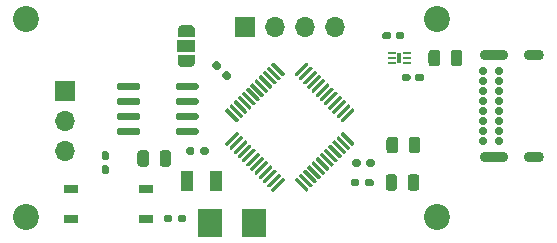
<source format=gbr>
%TF.GenerationSoftware,KiCad,Pcbnew,(5.1.10)-1*%
%TF.CreationDate,2022-11-07T23:21:46+01:00*%
%TF.ProjectId,can2usb,63616e32-7573-4622-9e6b-696361645f70,rev?*%
%TF.SameCoordinates,Original*%
%TF.FileFunction,Soldermask,Top*%
%TF.FilePolarity,Negative*%
%FSLAX46Y46*%
G04 Gerber Fmt 4.6, Leading zero omitted, Abs format (unit mm)*
G04 Created by KiCad (PCBNEW (5.1.10)-1) date 2022-11-07 23:21:46*
%MOMM*%
%LPD*%
G01*
G04 APERTURE LIST*
%ADD10O,1.700000X1.700000*%
%ADD11R,1.700000X1.700000*%
%ADD12C,2.200000*%
%ADD13R,0.300000X0.940000*%
%ADD14R,1.000000X1.800000*%
%ADD15R,2.000000X2.400000*%
%ADD16R,1.200000X0.800000*%
%ADD17O,1.700000X0.900000*%
%ADD18O,2.400000X0.900000*%
%ADD19C,0.700000*%
%ADD20R,1.500000X1.000000*%
%ADD21C,0.100000*%
G04 APERTURE END LIST*
D10*
%TO.C,J2*%
X116205000Y-84836000D03*
X116205000Y-82296000D03*
D11*
X116205000Y-79756000D03*
%TD*%
D12*
%TO.C,H4*%
X112936000Y-73659000D03*
%TD*%
%TO.C,U6*%
G36*
G01*
X143576000Y-76656000D02*
X143576000Y-76468000D01*
G75*
G02*
X143582000Y-76462000I6000J0D01*
G01*
X144220000Y-76462000D01*
G75*
G02*
X144226000Y-76468000I0J-6000D01*
G01*
X144226000Y-76656000D01*
G75*
G02*
X144220000Y-76662000I-6000J0D01*
G01*
X143582000Y-76662000D01*
G75*
G02*
X143576000Y-76656000I0J6000D01*
G01*
G37*
G36*
G01*
X143576000Y-77056000D02*
X143576000Y-76868000D01*
G75*
G02*
X143582000Y-76862000I6000J0D01*
G01*
X144220000Y-76862000D01*
G75*
G02*
X144226000Y-76868000I0J-6000D01*
G01*
X144226000Y-77056000D01*
G75*
G02*
X144220000Y-77062000I-6000J0D01*
G01*
X143582000Y-77062000D01*
G75*
G02*
X143576000Y-77056000I0J6000D01*
G01*
G37*
G36*
G01*
X143576000Y-77456000D02*
X143576000Y-77268000D01*
G75*
G02*
X143582000Y-77262000I6000J0D01*
G01*
X144220000Y-77262000D01*
G75*
G02*
X144226000Y-77268000I0J-6000D01*
G01*
X144226000Y-77456000D01*
G75*
G02*
X144220000Y-77462000I-6000J0D01*
G01*
X143582000Y-77462000D01*
G75*
G02*
X143576000Y-77456000I0J6000D01*
G01*
G37*
G36*
G01*
X144826000Y-77456000D02*
X144826000Y-77268000D01*
G75*
G02*
X144832000Y-77262000I6000J0D01*
G01*
X145470000Y-77262000D01*
G75*
G02*
X145476000Y-77268000I0J-6000D01*
G01*
X145476000Y-77456000D01*
G75*
G02*
X145470000Y-77462000I-6000J0D01*
G01*
X144832000Y-77462000D01*
G75*
G02*
X144826000Y-77456000I0J6000D01*
G01*
G37*
G36*
G01*
X144826000Y-77056000D02*
X144826000Y-76868000D01*
G75*
G02*
X144832000Y-76862000I6000J0D01*
G01*
X145470000Y-76862000D01*
G75*
G02*
X145476000Y-76868000I0J-6000D01*
G01*
X145476000Y-77056000D01*
G75*
G02*
X145470000Y-77062000I-6000J0D01*
G01*
X144832000Y-77062000D01*
G75*
G02*
X144826000Y-77056000I0J6000D01*
G01*
G37*
G36*
G01*
X144826000Y-76656000D02*
X144826000Y-76468000D01*
G75*
G02*
X144832000Y-76462000I6000J0D01*
G01*
X145470000Y-76462000D01*
G75*
G02*
X145476000Y-76468000I0J-6000D01*
G01*
X145476000Y-76656000D01*
G75*
G02*
X145470000Y-76662000I-6000J0D01*
G01*
X144832000Y-76662000D01*
G75*
G02*
X144826000Y-76656000I0J6000D01*
G01*
G37*
D13*
X144526000Y-76962000D03*
%TD*%
D14*
%TO.C,Y2*%
X129032000Y-87376000D03*
X126532000Y-87376000D03*
%TD*%
D15*
%TO.C,Y1*%
X132207000Y-90932000D03*
X128507000Y-90932000D03*
%TD*%
%TO.C,U3*%
G36*
G01*
X122579000Y-83035000D02*
X122579000Y-83335000D01*
G75*
G02*
X122429000Y-83485000I-150000J0D01*
G01*
X120779000Y-83485000D01*
G75*
G02*
X120629000Y-83335000I0J150000D01*
G01*
X120629000Y-83035000D01*
G75*
G02*
X120779000Y-82885000I150000J0D01*
G01*
X122429000Y-82885000D01*
G75*
G02*
X122579000Y-83035000I0J-150000D01*
G01*
G37*
G36*
G01*
X122579000Y-81765000D02*
X122579000Y-82065000D01*
G75*
G02*
X122429000Y-82215000I-150000J0D01*
G01*
X120779000Y-82215000D01*
G75*
G02*
X120629000Y-82065000I0J150000D01*
G01*
X120629000Y-81765000D01*
G75*
G02*
X120779000Y-81615000I150000J0D01*
G01*
X122429000Y-81615000D01*
G75*
G02*
X122579000Y-81765000I0J-150000D01*
G01*
G37*
G36*
G01*
X122579000Y-80495000D02*
X122579000Y-80795000D01*
G75*
G02*
X122429000Y-80945000I-150000J0D01*
G01*
X120779000Y-80945000D01*
G75*
G02*
X120629000Y-80795000I0J150000D01*
G01*
X120629000Y-80495000D01*
G75*
G02*
X120779000Y-80345000I150000J0D01*
G01*
X122429000Y-80345000D01*
G75*
G02*
X122579000Y-80495000I0J-150000D01*
G01*
G37*
G36*
G01*
X122579000Y-79225000D02*
X122579000Y-79525000D01*
G75*
G02*
X122429000Y-79675000I-150000J0D01*
G01*
X120779000Y-79675000D01*
G75*
G02*
X120629000Y-79525000I0J150000D01*
G01*
X120629000Y-79225000D01*
G75*
G02*
X120779000Y-79075000I150000J0D01*
G01*
X122429000Y-79075000D01*
G75*
G02*
X122579000Y-79225000I0J-150000D01*
G01*
G37*
G36*
G01*
X127529000Y-79225000D02*
X127529000Y-79525000D01*
G75*
G02*
X127379000Y-79675000I-150000J0D01*
G01*
X125729000Y-79675000D01*
G75*
G02*
X125579000Y-79525000I0J150000D01*
G01*
X125579000Y-79225000D01*
G75*
G02*
X125729000Y-79075000I150000J0D01*
G01*
X127379000Y-79075000D01*
G75*
G02*
X127529000Y-79225000I0J-150000D01*
G01*
G37*
G36*
G01*
X127529000Y-80495000D02*
X127529000Y-80795000D01*
G75*
G02*
X127379000Y-80945000I-150000J0D01*
G01*
X125729000Y-80945000D01*
G75*
G02*
X125579000Y-80795000I0J150000D01*
G01*
X125579000Y-80495000D01*
G75*
G02*
X125729000Y-80345000I150000J0D01*
G01*
X127379000Y-80345000D01*
G75*
G02*
X127529000Y-80495000I0J-150000D01*
G01*
G37*
G36*
G01*
X127529000Y-81765000D02*
X127529000Y-82065000D01*
G75*
G02*
X127379000Y-82215000I-150000J0D01*
G01*
X125729000Y-82215000D01*
G75*
G02*
X125579000Y-82065000I0J150000D01*
G01*
X125579000Y-81765000D01*
G75*
G02*
X125729000Y-81615000I150000J0D01*
G01*
X127379000Y-81615000D01*
G75*
G02*
X127529000Y-81765000I0J-150000D01*
G01*
G37*
G36*
G01*
X127529000Y-83035000D02*
X127529000Y-83335000D01*
G75*
G02*
X127379000Y-83485000I-150000J0D01*
G01*
X125729000Y-83485000D01*
G75*
G02*
X125579000Y-83335000I0J150000D01*
G01*
X125579000Y-83035000D01*
G75*
G02*
X125729000Y-82885000I150000J0D01*
G01*
X127379000Y-82885000D01*
G75*
G02*
X127529000Y-83035000I0J-150000D01*
G01*
G37*
%TD*%
D16*
%TO.C,U2*%
X123038000Y-90551000D03*
X116738000Y-88011000D03*
X123038000Y-88011000D03*
X116738000Y-90551000D03*
%TD*%
%TO.C,U1*%
G36*
G01*
X130729516Y-82379736D02*
X129792600Y-81442820D01*
G75*
G02*
X129792600Y-81336754I53033J53033D01*
G01*
X129898666Y-81230688D01*
G75*
G02*
X130004732Y-81230688I53033J-53033D01*
G01*
X130941648Y-82167604D01*
G75*
G02*
X130941648Y-82273670I-53033J-53033D01*
G01*
X130835582Y-82379736D01*
G75*
G02*
X130729516Y-82379736I-53033J53033D01*
G01*
G37*
G36*
G01*
X131083070Y-82026182D02*
X130146154Y-81089266D01*
G75*
G02*
X130146154Y-80983200I53033J53033D01*
G01*
X130252220Y-80877134D01*
G75*
G02*
X130358286Y-80877134I53033J-53033D01*
G01*
X131295202Y-81814050D01*
G75*
G02*
X131295202Y-81920116I-53033J-53033D01*
G01*
X131189136Y-82026182D01*
G75*
G02*
X131083070Y-82026182I-53033J53033D01*
G01*
G37*
G36*
G01*
X131436623Y-81672629D02*
X130499707Y-80735713D01*
G75*
G02*
X130499707Y-80629647I53033J53033D01*
G01*
X130605773Y-80523581D01*
G75*
G02*
X130711839Y-80523581I53033J-53033D01*
G01*
X131648755Y-81460497D01*
G75*
G02*
X131648755Y-81566563I-53033J-53033D01*
G01*
X131542689Y-81672629D01*
G75*
G02*
X131436623Y-81672629I-53033J53033D01*
G01*
G37*
G36*
G01*
X131790177Y-81319075D02*
X130853261Y-80382159D01*
G75*
G02*
X130853261Y-80276093I53033J53033D01*
G01*
X130959327Y-80170027D01*
G75*
G02*
X131065393Y-80170027I53033J-53033D01*
G01*
X132002309Y-81106943D01*
G75*
G02*
X132002309Y-81213009I-53033J-53033D01*
G01*
X131896243Y-81319075D01*
G75*
G02*
X131790177Y-81319075I-53033J53033D01*
G01*
G37*
G36*
G01*
X132143730Y-80965522D02*
X131206814Y-80028606D01*
G75*
G02*
X131206814Y-79922540I53033J53033D01*
G01*
X131312880Y-79816474D01*
G75*
G02*
X131418946Y-79816474I53033J-53033D01*
G01*
X132355862Y-80753390D01*
G75*
G02*
X132355862Y-80859456I-53033J-53033D01*
G01*
X132249796Y-80965522D01*
G75*
G02*
X132143730Y-80965522I-53033J53033D01*
G01*
G37*
G36*
G01*
X132497283Y-80611969D02*
X131560367Y-79675053D01*
G75*
G02*
X131560367Y-79568987I53033J53033D01*
G01*
X131666433Y-79462921D01*
G75*
G02*
X131772499Y-79462921I53033J-53033D01*
G01*
X132709415Y-80399837D01*
G75*
G02*
X132709415Y-80505903I-53033J-53033D01*
G01*
X132603349Y-80611969D01*
G75*
G02*
X132497283Y-80611969I-53033J53033D01*
G01*
G37*
G36*
G01*
X132850837Y-80258415D02*
X131913921Y-79321499D01*
G75*
G02*
X131913921Y-79215433I53033J53033D01*
G01*
X132019987Y-79109367D01*
G75*
G02*
X132126053Y-79109367I53033J-53033D01*
G01*
X133062969Y-80046283D01*
G75*
G02*
X133062969Y-80152349I-53033J-53033D01*
G01*
X132956903Y-80258415D01*
G75*
G02*
X132850837Y-80258415I-53033J53033D01*
G01*
G37*
G36*
G01*
X133204390Y-79904862D02*
X132267474Y-78967946D01*
G75*
G02*
X132267474Y-78861880I53033J53033D01*
G01*
X132373540Y-78755814D01*
G75*
G02*
X132479606Y-78755814I53033J-53033D01*
G01*
X133416522Y-79692730D01*
G75*
G02*
X133416522Y-79798796I-53033J-53033D01*
G01*
X133310456Y-79904862D01*
G75*
G02*
X133204390Y-79904862I-53033J53033D01*
G01*
G37*
G36*
G01*
X133557943Y-79551309D02*
X132621027Y-78614393D01*
G75*
G02*
X132621027Y-78508327I53033J53033D01*
G01*
X132727093Y-78402261D01*
G75*
G02*
X132833159Y-78402261I53033J-53033D01*
G01*
X133770075Y-79339177D01*
G75*
G02*
X133770075Y-79445243I-53033J-53033D01*
G01*
X133664009Y-79551309D01*
G75*
G02*
X133557943Y-79551309I-53033J53033D01*
G01*
G37*
G36*
G01*
X133911497Y-79197755D02*
X132974581Y-78260839D01*
G75*
G02*
X132974581Y-78154773I53033J53033D01*
G01*
X133080647Y-78048707D01*
G75*
G02*
X133186713Y-78048707I53033J-53033D01*
G01*
X134123629Y-78985623D01*
G75*
G02*
X134123629Y-79091689I-53033J-53033D01*
G01*
X134017563Y-79197755D01*
G75*
G02*
X133911497Y-79197755I-53033J53033D01*
G01*
G37*
G36*
G01*
X134265050Y-78844202D02*
X133328134Y-77907286D01*
G75*
G02*
X133328134Y-77801220I53033J53033D01*
G01*
X133434200Y-77695154D01*
G75*
G02*
X133540266Y-77695154I53033J-53033D01*
G01*
X134477182Y-78632070D01*
G75*
G02*
X134477182Y-78738136I-53033J-53033D01*
G01*
X134371116Y-78844202D01*
G75*
G02*
X134265050Y-78844202I-53033J53033D01*
G01*
G37*
G36*
G01*
X134618604Y-78490648D02*
X133681688Y-77553732D01*
G75*
G02*
X133681688Y-77447666I53033J53033D01*
G01*
X133787754Y-77341600D01*
G75*
G02*
X133893820Y-77341600I53033J-53033D01*
G01*
X134830736Y-78278516D01*
G75*
G02*
X134830736Y-78384582I-53033J-53033D01*
G01*
X134724670Y-78490648D01*
G75*
G02*
X134618604Y-78490648I-53033J53033D01*
G01*
G37*
G36*
G01*
X135785330Y-78490648D02*
X135679264Y-78384582D01*
G75*
G02*
X135679264Y-78278516I53033J53033D01*
G01*
X136616180Y-77341600D01*
G75*
G02*
X136722246Y-77341600I53033J-53033D01*
G01*
X136828312Y-77447666D01*
G75*
G02*
X136828312Y-77553732I-53033J-53033D01*
G01*
X135891396Y-78490648D01*
G75*
G02*
X135785330Y-78490648I-53033J53033D01*
G01*
G37*
G36*
G01*
X136138884Y-78844202D02*
X136032818Y-78738136D01*
G75*
G02*
X136032818Y-78632070I53033J53033D01*
G01*
X136969734Y-77695154D01*
G75*
G02*
X137075800Y-77695154I53033J-53033D01*
G01*
X137181866Y-77801220D01*
G75*
G02*
X137181866Y-77907286I-53033J-53033D01*
G01*
X136244950Y-78844202D01*
G75*
G02*
X136138884Y-78844202I-53033J53033D01*
G01*
G37*
G36*
G01*
X136492437Y-79197755D02*
X136386371Y-79091689D01*
G75*
G02*
X136386371Y-78985623I53033J53033D01*
G01*
X137323287Y-78048707D01*
G75*
G02*
X137429353Y-78048707I53033J-53033D01*
G01*
X137535419Y-78154773D01*
G75*
G02*
X137535419Y-78260839I-53033J-53033D01*
G01*
X136598503Y-79197755D01*
G75*
G02*
X136492437Y-79197755I-53033J53033D01*
G01*
G37*
G36*
G01*
X136845991Y-79551309D02*
X136739925Y-79445243D01*
G75*
G02*
X136739925Y-79339177I53033J53033D01*
G01*
X137676841Y-78402261D01*
G75*
G02*
X137782907Y-78402261I53033J-53033D01*
G01*
X137888973Y-78508327D01*
G75*
G02*
X137888973Y-78614393I-53033J-53033D01*
G01*
X136952057Y-79551309D01*
G75*
G02*
X136845991Y-79551309I-53033J53033D01*
G01*
G37*
G36*
G01*
X137199544Y-79904862D02*
X137093478Y-79798796D01*
G75*
G02*
X137093478Y-79692730I53033J53033D01*
G01*
X138030394Y-78755814D01*
G75*
G02*
X138136460Y-78755814I53033J-53033D01*
G01*
X138242526Y-78861880D01*
G75*
G02*
X138242526Y-78967946I-53033J-53033D01*
G01*
X137305610Y-79904862D01*
G75*
G02*
X137199544Y-79904862I-53033J53033D01*
G01*
G37*
G36*
G01*
X137553097Y-80258415D02*
X137447031Y-80152349D01*
G75*
G02*
X137447031Y-80046283I53033J53033D01*
G01*
X138383947Y-79109367D01*
G75*
G02*
X138490013Y-79109367I53033J-53033D01*
G01*
X138596079Y-79215433D01*
G75*
G02*
X138596079Y-79321499I-53033J-53033D01*
G01*
X137659163Y-80258415D01*
G75*
G02*
X137553097Y-80258415I-53033J53033D01*
G01*
G37*
G36*
G01*
X137906651Y-80611969D02*
X137800585Y-80505903D01*
G75*
G02*
X137800585Y-80399837I53033J53033D01*
G01*
X138737501Y-79462921D01*
G75*
G02*
X138843567Y-79462921I53033J-53033D01*
G01*
X138949633Y-79568987D01*
G75*
G02*
X138949633Y-79675053I-53033J-53033D01*
G01*
X138012717Y-80611969D01*
G75*
G02*
X137906651Y-80611969I-53033J53033D01*
G01*
G37*
G36*
G01*
X138260204Y-80965522D02*
X138154138Y-80859456D01*
G75*
G02*
X138154138Y-80753390I53033J53033D01*
G01*
X139091054Y-79816474D01*
G75*
G02*
X139197120Y-79816474I53033J-53033D01*
G01*
X139303186Y-79922540D01*
G75*
G02*
X139303186Y-80028606I-53033J-53033D01*
G01*
X138366270Y-80965522D01*
G75*
G02*
X138260204Y-80965522I-53033J53033D01*
G01*
G37*
G36*
G01*
X138613757Y-81319075D02*
X138507691Y-81213009D01*
G75*
G02*
X138507691Y-81106943I53033J53033D01*
G01*
X139444607Y-80170027D01*
G75*
G02*
X139550673Y-80170027I53033J-53033D01*
G01*
X139656739Y-80276093D01*
G75*
G02*
X139656739Y-80382159I-53033J-53033D01*
G01*
X138719823Y-81319075D01*
G75*
G02*
X138613757Y-81319075I-53033J53033D01*
G01*
G37*
G36*
G01*
X138967311Y-81672629D02*
X138861245Y-81566563D01*
G75*
G02*
X138861245Y-81460497I53033J53033D01*
G01*
X139798161Y-80523581D01*
G75*
G02*
X139904227Y-80523581I53033J-53033D01*
G01*
X140010293Y-80629647D01*
G75*
G02*
X140010293Y-80735713I-53033J-53033D01*
G01*
X139073377Y-81672629D01*
G75*
G02*
X138967311Y-81672629I-53033J53033D01*
G01*
G37*
G36*
G01*
X139320864Y-82026182D02*
X139214798Y-81920116D01*
G75*
G02*
X139214798Y-81814050I53033J53033D01*
G01*
X140151714Y-80877134D01*
G75*
G02*
X140257780Y-80877134I53033J-53033D01*
G01*
X140363846Y-80983200D01*
G75*
G02*
X140363846Y-81089266I-53033J-53033D01*
G01*
X139426930Y-82026182D01*
G75*
G02*
X139320864Y-82026182I-53033J53033D01*
G01*
G37*
G36*
G01*
X139674418Y-82379736D02*
X139568352Y-82273670D01*
G75*
G02*
X139568352Y-82167604I53033J53033D01*
G01*
X140505268Y-81230688D01*
G75*
G02*
X140611334Y-81230688I53033J-53033D01*
G01*
X140717400Y-81336754D01*
G75*
G02*
X140717400Y-81442820I-53033J-53033D01*
G01*
X139780484Y-82379736D01*
G75*
G02*
X139674418Y-82379736I-53033J53033D01*
G01*
G37*
G36*
G01*
X140505268Y-84377312D02*
X139568352Y-83440396D01*
G75*
G02*
X139568352Y-83334330I53033J53033D01*
G01*
X139674418Y-83228264D01*
G75*
G02*
X139780484Y-83228264I53033J-53033D01*
G01*
X140717400Y-84165180D01*
G75*
G02*
X140717400Y-84271246I-53033J-53033D01*
G01*
X140611334Y-84377312D01*
G75*
G02*
X140505268Y-84377312I-53033J53033D01*
G01*
G37*
G36*
G01*
X140151714Y-84730866D02*
X139214798Y-83793950D01*
G75*
G02*
X139214798Y-83687884I53033J53033D01*
G01*
X139320864Y-83581818D01*
G75*
G02*
X139426930Y-83581818I53033J-53033D01*
G01*
X140363846Y-84518734D01*
G75*
G02*
X140363846Y-84624800I-53033J-53033D01*
G01*
X140257780Y-84730866D01*
G75*
G02*
X140151714Y-84730866I-53033J53033D01*
G01*
G37*
G36*
G01*
X139798161Y-85084419D02*
X138861245Y-84147503D01*
G75*
G02*
X138861245Y-84041437I53033J53033D01*
G01*
X138967311Y-83935371D01*
G75*
G02*
X139073377Y-83935371I53033J-53033D01*
G01*
X140010293Y-84872287D01*
G75*
G02*
X140010293Y-84978353I-53033J-53033D01*
G01*
X139904227Y-85084419D01*
G75*
G02*
X139798161Y-85084419I-53033J53033D01*
G01*
G37*
G36*
G01*
X139444607Y-85437973D02*
X138507691Y-84501057D01*
G75*
G02*
X138507691Y-84394991I53033J53033D01*
G01*
X138613757Y-84288925D01*
G75*
G02*
X138719823Y-84288925I53033J-53033D01*
G01*
X139656739Y-85225841D01*
G75*
G02*
X139656739Y-85331907I-53033J-53033D01*
G01*
X139550673Y-85437973D01*
G75*
G02*
X139444607Y-85437973I-53033J53033D01*
G01*
G37*
G36*
G01*
X139091054Y-85791526D02*
X138154138Y-84854610D01*
G75*
G02*
X138154138Y-84748544I53033J53033D01*
G01*
X138260204Y-84642478D01*
G75*
G02*
X138366270Y-84642478I53033J-53033D01*
G01*
X139303186Y-85579394D01*
G75*
G02*
X139303186Y-85685460I-53033J-53033D01*
G01*
X139197120Y-85791526D01*
G75*
G02*
X139091054Y-85791526I-53033J53033D01*
G01*
G37*
G36*
G01*
X138737501Y-86145079D02*
X137800585Y-85208163D01*
G75*
G02*
X137800585Y-85102097I53033J53033D01*
G01*
X137906651Y-84996031D01*
G75*
G02*
X138012717Y-84996031I53033J-53033D01*
G01*
X138949633Y-85932947D01*
G75*
G02*
X138949633Y-86039013I-53033J-53033D01*
G01*
X138843567Y-86145079D01*
G75*
G02*
X138737501Y-86145079I-53033J53033D01*
G01*
G37*
G36*
G01*
X138383947Y-86498633D02*
X137447031Y-85561717D01*
G75*
G02*
X137447031Y-85455651I53033J53033D01*
G01*
X137553097Y-85349585D01*
G75*
G02*
X137659163Y-85349585I53033J-53033D01*
G01*
X138596079Y-86286501D01*
G75*
G02*
X138596079Y-86392567I-53033J-53033D01*
G01*
X138490013Y-86498633D01*
G75*
G02*
X138383947Y-86498633I-53033J53033D01*
G01*
G37*
G36*
G01*
X138030394Y-86852186D02*
X137093478Y-85915270D01*
G75*
G02*
X137093478Y-85809204I53033J53033D01*
G01*
X137199544Y-85703138D01*
G75*
G02*
X137305610Y-85703138I53033J-53033D01*
G01*
X138242526Y-86640054D01*
G75*
G02*
X138242526Y-86746120I-53033J-53033D01*
G01*
X138136460Y-86852186D01*
G75*
G02*
X138030394Y-86852186I-53033J53033D01*
G01*
G37*
G36*
G01*
X137676841Y-87205739D02*
X136739925Y-86268823D01*
G75*
G02*
X136739925Y-86162757I53033J53033D01*
G01*
X136845991Y-86056691D01*
G75*
G02*
X136952057Y-86056691I53033J-53033D01*
G01*
X137888973Y-86993607D01*
G75*
G02*
X137888973Y-87099673I-53033J-53033D01*
G01*
X137782907Y-87205739D01*
G75*
G02*
X137676841Y-87205739I-53033J53033D01*
G01*
G37*
G36*
G01*
X137323287Y-87559293D02*
X136386371Y-86622377D01*
G75*
G02*
X136386371Y-86516311I53033J53033D01*
G01*
X136492437Y-86410245D01*
G75*
G02*
X136598503Y-86410245I53033J-53033D01*
G01*
X137535419Y-87347161D01*
G75*
G02*
X137535419Y-87453227I-53033J-53033D01*
G01*
X137429353Y-87559293D01*
G75*
G02*
X137323287Y-87559293I-53033J53033D01*
G01*
G37*
G36*
G01*
X136969734Y-87912846D02*
X136032818Y-86975930D01*
G75*
G02*
X136032818Y-86869864I53033J53033D01*
G01*
X136138884Y-86763798D01*
G75*
G02*
X136244950Y-86763798I53033J-53033D01*
G01*
X137181866Y-87700714D01*
G75*
G02*
X137181866Y-87806780I-53033J-53033D01*
G01*
X137075800Y-87912846D01*
G75*
G02*
X136969734Y-87912846I-53033J53033D01*
G01*
G37*
G36*
G01*
X136616180Y-88266400D02*
X135679264Y-87329484D01*
G75*
G02*
X135679264Y-87223418I53033J53033D01*
G01*
X135785330Y-87117352D01*
G75*
G02*
X135891396Y-87117352I53033J-53033D01*
G01*
X136828312Y-88054268D01*
G75*
G02*
X136828312Y-88160334I-53033J-53033D01*
G01*
X136722246Y-88266400D01*
G75*
G02*
X136616180Y-88266400I-53033J53033D01*
G01*
G37*
G36*
G01*
X133787754Y-88266400D02*
X133681688Y-88160334D01*
G75*
G02*
X133681688Y-88054268I53033J53033D01*
G01*
X134618604Y-87117352D01*
G75*
G02*
X134724670Y-87117352I53033J-53033D01*
G01*
X134830736Y-87223418D01*
G75*
G02*
X134830736Y-87329484I-53033J-53033D01*
G01*
X133893820Y-88266400D01*
G75*
G02*
X133787754Y-88266400I-53033J53033D01*
G01*
G37*
G36*
G01*
X133434200Y-87912846D02*
X133328134Y-87806780D01*
G75*
G02*
X133328134Y-87700714I53033J53033D01*
G01*
X134265050Y-86763798D01*
G75*
G02*
X134371116Y-86763798I53033J-53033D01*
G01*
X134477182Y-86869864D01*
G75*
G02*
X134477182Y-86975930I-53033J-53033D01*
G01*
X133540266Y-87912846D01*
G75*
G02*
X133434200Y-87912846I-53033J53033D01*
G01*
G37*
G36*
G01*
X133080647Y-87559293D02*
X132974581Y-87453227D01*
G75*
G02*
X132974581Y-87347161I53033J53033D01*
G01*
X133911497Y-86410245D01*
G75*
G02*
X134017563Y-86410245I53033J-53033D01*
G01*
X134123629Y-86516311D01*
G75*
G02*
X134123629Y-86622377I-53033J-53033D01*
G01*
X133186713Y-87559293D01*
G75*
G02*
X133080647Y-87559293I-53033J53033D01*
G01*
G37*
G36*
G01*
X132727093Y-87205739D02*
X132621027Y-87099673D01*
G75*
G02*
X132621027Y-86993607I53033J53033D01*
G01*
X133557943Y-86056691D01*
G75*
G02*
X133664009Y-86056691I53033J-53033D01*
G01*
X133770075Y-86162757D01*
G75*
G02*
X133770075Y-86268823I-53033J-53033D01*
G01*
X132833159Y-87205739D01*
G75*
G02*
X132727093Y-87205739I-53033J53033D01*
G01*
G37*
G36*
G01*
X132373540Y-86852186D02*
X132267474Y-86746120D01*
G75*
G02*
X132267474Y-86640054I53033J53033D01*
G01*
X133204390Y-85703138D01*
G75*
G02*
X133310456Y-85703138I53033J-53033D01*
G01*
X133416522Y-85809204D01*
G75*
G02*
X133416522Y-85915270I-53033J-53033D01*
G01*
X132479606Y-86852186D01*
G75*
G02*
X132373540Y-86852186I-53033J53033D01*
G01*
G37*
G36*
G01*
X132019987Y-86498633D02*
X131913921Y-86392567D01*
G75*
G02*
X131913921Y-86286501I53033J53033D01*
G01*
X132850837Y-85349585D01*
G75*
G02*
X132956903Y-85349585I53033J-53033D01*
G01*
X133062969Y-85455651D01*
G75*
G02*
X133062969Y-85561717I-53033J-53033D01*
G01*
X132126053Y-86498633D01*
G75*
G02*
X132019987Y-86498633I-53033J53033D01*
G01*
G37*
G36*
G01*
X131666433Y-86145079D02*
X131560367Y-86039013D01*
G75*
G02*
X131560367Y-85932947I53033J53033D01*
G01*
X132497283Y-84996031D01*
G75*
G02*
X132603349Y-84996031I53033J-53033D01*
G01*
X132709415Y-85102097D01*
G75*
G02*
X132709415Y-85208163I-53033J-53033D01*
G01*
X131772499Y-86145079D01*
G75*
G02*
X131666433Y-86145079I-53033J53033D01*
G01*
G37*
G36*
G01*
X131312880Y-85791526D02*
X131206814Y-85685460D01*
G75*
G02*
X131206814Y-85579394I53033J53033D01*
G01*
X132143730Y-84642478D01*
G75*
G02*
X132249796Y-84642478I53033J-53033D01*
G01*
X132355862Y-84748544D01*
G75*
G02*
X132355862Y-84854610I-53033J-53033D01*
G01*
X131418946Y-85791526D01*
G75*
G02*
X131312880Y-85791526I-53033J53033D01*
G01*
G37*
G36*
G01*
X130959327Y-85437973D02*
X130853261Y-85331907D01*
G75*
G02*
X130853261Y-85225841I53033J53033D01*
G01*
X131790177Y-84288925D01*
G75*
G02*
X131896243Y-84288925I53033J-53033D01*
G01*
X132002309Y-84394991D01*
G75*
G02*
X132002309Y-84501057I-53033J-53033D01*
G01*
X131065393Y-85437973D01*
G75*
G02*
X130959327Y-85437973I-53033J53033D01*
G01*
G37*
G36*
G01*
X130605773Y-85084419D02*
X130499707Y-84978353D01*
G75*
G02*
X130499707Y-84872287I53033J53033D01*
G01*
X131436623Y-83935371D01*
G75*
G02*
X131542689Y-83935371I53033J-53033D01*
G01*
X131648755Y-84041437D01*
G75*
G02*
X131648755Y-84147503I-53033J-53033D01*
G01*
X130711839Y-85084419D01*
G75*
G02*
X130605773Y-85084419I-53033J53033D01*
G01*
G37*
G36*
G01*
X130252220Y-84730866D02*
X130146154Y-84624800D01*
G75*
G02*
X130146154Y-84518734I53033J53033D01*
G01*
X131083070Y-83581818D01*
G75*
G02*
X131189136Y-83581818I53033J-53033D01*
G01*
X131295202Y-83687884D01*
G75*
G02*
X131295202Y-83793950I-53033J-53033D01*
G01*
X130358286Y-84730866D01*
G75*
G02*
X130252220Y-84730866I-53033J53033D01*
G01*
G37*
G36*
G01*
X129898666Y-84377312D02*
X129792600Y-84271246D01*
G75*
G02*
X129792600Y-84165180I53033J53033D01*
G01*
X130729516Y-83228264D01*
G75*
G02*
X130835582Y-83228264I53033J-53033D01*
G01*
X130941648Y-83334330D01*
G75*
G02*
X130941648Y-83440396I-53033J-53033D01*
G01*
X130004732Y-84377312D01*
G75*
G02*
X129898666Y-84377312I-53033J53033D01*
G01*
G37*
%TD*%
%TO.C,CAN_T*%
G36*
G01*
X119474000Y-86054500D02*
X119794000Y-86054500D01*
G75*
G02*
X119954000Y-86214500I0J-160000D01*
G01*
X119954000Y-86609500D01*
G75*
G02*
X119794000Y-86769500I-160000J0D01*
G01*
X119474000Y-86769500D01*
G75*
G02*
X119314000Y-86609500I0J160000D01*
G01*
X119314000Y-86214500D01*
G75*
G02*
X119474000Y-86054500I160000J0D01*
G01*
G37*
G36*
G01*
X119474000Y-84859500D02*
X119794000Y-84859500D01*
G75*
G02*
X119954000Y-85019500I0J-160000D01*
G01*
X119954000Y-85414500D01*
G75*
G02*
X119794000Y-85574500I-160000J0D01*
G01*
X119474000Y-85574500D01*
G75*
G02*
X119314000Y-85414500I0J160000D01*
G01*
X119314000Y-85019500D01*
G75*
G02*
X119474000Y-84859500I160000J0D01*
G01*
G37*
%TD*%
%TO.C,R8*%
G36*
G01*
X129419932Y-77758658D02*
X129193658Y-77984932D01*
G75*
G02*
X128967384Y-77984932I-113137J113137D01*
G01*
X128688076Y-77705624D01*
G75*
G02*
X128688076Y-77479350I113137J113137D01*
G01*
X128914350Y-77253076D01*
G75*
G02*
X129140624Y-77253076I113137J-113137D01*
G01*
X129419932Y-77532384D01*
G75*
G02*
X129419932Y-77758658I-113137J-113137D01*
G01*
G37*
G36*
G01*
X130264924Y-78603650D02*
X130038650Y-78829924D01*
G75*
G02*
X129812376Y-78829924I-113137J113137D01*
G01*
X129533068Y-78550616D01*
G75*
G02*
X129533068Y-78324342I113137J113137D01*
G01*
X129759342Y-78098068D01*
G75*
G02*
X129985616Y-78098068I113137J-113137D01*
G01*
X130264924Y-78377376D01*
G75*
G02*
X130264924Y-78603650I-113137J-113137D01*
G01*
G37*
%TD*%
%TO.C,R5*%
G36*
G01*
X125273500Y-90391000D02*
X125273500Y-90711000D01*
G75*
G02*
X125113500Y-90871000I-160000J0D01*
G01*
X124718500Y-90871000D01*
G75*
G02*
X124558500Y-90711000I0J160000D01*
G01*
X124558500Y-90391000D01*
G75*
G02*
X124718500Y-90231000I160000J0D01*
G01*
X125113500Y-90231000D01*
G75*
G02*
X125273500Y-90391000I0J-160000D01*
G01*
G37*
G36*
G01*
X126468500Y-90391000D02*
X126468500Y-90711000D01*
G75*
G02*
X126308500Y-90871000I-160000J0D01*
G01*
X125913500Y-90871000D01*
G75*
G02*
X125753500Y-90711000I0J160000D01*
G01*
X125753500Y-90391000D01*
G75*
G02*
X125913500Y-90231000I160000J0D01*
G01*
X126308500Y-90231000D01*
G75*
G02*
X126468500Y-90391000I0J-160000D01*
G01*
G37*
%TD*%
%TO.C,R4*%
G36*
G01*
X127658500Y-84996000D02*
X127658500Y-84676000D01*
G75*
G02*
X127818500Y-84516000I160000J0D01*
G01*
X128213500Y-84516000D01*
G75*
G02*
X128373500Y-84676000I0J-160000D01*
G01*
X128373500Y-84996000D01*
G75*
G02*
X128213500Y-85156000I-160000J0D01*
G01*
X127818500Y-85156000D01*
G75*
G02*
X127658500Y-84996000I0J160000D01*
G01*
G37*
G36*
G01*
X126463500Y-84996000D02*
X126463500Y-84676000D01*
G75*
G02*
X126623500Y-84516000I160000J0D01*
G01*
X127018500Y-84516000D01*
G75*
G02*
X127178500Y-84676000I0J-160000D01*
G01*
X127178500Y-84996000D01*
G75*
G02*
X127018500Y-85156000I-160000J0D01*
G01*
X126623500Y-85156000D01*
G75*
G02*
X126463500Y-84996000I0J160000D01*
G01*
G37*
%TD*%
%TO.C,R3*%
G36*
G01*
X141238000Y-85692000D02*
X141238000Y-86012000D01*
G75*
G02*
X141078000Y-86172000I-160000J0D01*
G01*
X140683000Y-86172000D01*
G75*
G02*
X140523000Y-86012000I0J160000D01*
G01*
X140523000Y-85692000D01*
G75*
G02*
X140683000Y-85532000I160000J0D01*
G01*
X141078000Y-85532000D01*
G75*
G02*
X141238000Y-85692000I0J-160000D01*
G01*
G37*
G36*
G01*
X142433000Y-85692000D02*
X142433000Y-86012000D01*
G75*
G02*
X142273000Y-86172000I-160000J0D01*
G01*
X141878000Y-86172000D01*
G75*
G02*
X141718000Y-86012000I0J160000D01*
G01*
X141718000Y-85692000D01*
G75*
G02*
X141878000Y-85532000I160000J0D01*
G01*
X142273000Y-85532000D01*
G75*
G02*
X142433000Y-85692000I0J-160000D01*
G01*
G37*
%TD*%
%TO.C,R2*%
G36*
G01*
X141148500Y-87343000D02*
X141148500Y-87663000D01*
G75*
G02*
X140988500Y-87823000I-160000J0D01*
G01*
X140593500Y-87823000D01*
G75*
G02*
X140433500Y-87663000I0J160000D01*
G01*
X140433500Y-87343000D01*
G75*
G02*
X140593500Y-87183000I160000J0D01*
G01*
X140988500Y-87183000D01*
G75*
G02*
X141148500Y-87343000I0J-160000D01*
G01*
G37*
G36*
G01*
X142343500Y-87343000D02*
X142343500Y-87663000D01*
G75*
G02*
X142183500Y-87823000I-160000J0D01*
G01*
X141788500Y-87823000D01*
G75*
G02*
X141628500Y-87663000I0J160000D01*
G01*
X141628500Y-87343000D01*
G75*
G02*
X141788500Y-87183000I160000J0D01*
G01*
X142183500Y-87183000D01*
G75*
G02*
X142343500Y-87343000I0J-160000D01*
G01*
G37*
%TD*%
D17*
%TO.C,P1*%
X155934500Y-76710500D03*
X155934500Y-85360500D03*
D18*
X152554500Y-76710500D03*
X152554500Y-85360500D03*
D19*
X152924500Y-80610500D03*
X152924500Y-78060500D03*
X152924500Y-78910500D03*
X152924500Y-79760500D03*
X152924500Y-84010500D03*
X152924500Y-82310500D03*
X152924500Y-81460500D03*
X152924500Y-83160500D03*
X151574500Y-78060500D03*
X151574500Y-78910500D03*
X151574500Y-79760500D03*
X151574500Y-80610500D03*
X151574500Y-81460500D03*
X151574500Y-82310500D03*
X151574500Y-83160500D03*
X151574500Y-84010500D03*
%TD*%
D20*
%TO.C,JP1*%
X126492000Y-75946000D03*
D21*
G36*
X127241398Y-77246000D02*
G01*
X127241398Y-77270534D01*
X127236588Y-77319365D01*
X127227016Y-77367490D01*
X127212772Y-77414445D01*
X127193995Y-77459778D01*
X127170864Y-77503051D01*
X127143604Y-77543850D01*
X127112476Y-77581779D01*
X127077779Y-77616476D01*
X127039850Y-77647604D01*
X126999051Y-77674864D01*
X126955778Y-77697995D01*
X126910445Y-77716772D01*
X126863490Y-77731016D01*
X126815365Y-77740588D01*
X126766534Y-77745398D01*
X126742000Y-77745398D01*
X126742000Y-77746000D01*
X126242000Y-77746000D01*
X126242000Y-77745398D01*
X126217466Y-77745398D01*
X126168635Y-77740588D01*
X126120510Y-77731016D01*
X126073555Y-77716772D01*
X126028222Y-77697995D01*
X125984949Y-77674864D01*
X125944150Y-77647604D01*
X125906221Y-77616476D01*
X125871524Y-77581779D01*
X125840396Y-77543850D01*
X125813136Y-77503051D01*
X125790005Y-77459778D01*
X125771228Y-77414445D01*
X125756984Y-77367490D01*
X125747412Y-77319365D01*
X125742602Y-77270534D01*
X125742602Y-77246000D01*
X125742000Y-77246000D01*
X125742000Y-76696000D01*
X127242000Y-76696000D01*
X127242000Y-77246000D01*
X127241398Y-77246000D01*
G37*
G36*
X125742000Y-75196000D02*
G01*
X125742000Y-74646000D01*
X125742602Y-74646000D01*
X125742602Y-74621466D01*
X125747412Y-74572635D01*
X125756984Y-74524510D01*
X125771228Y-74477555D01*
X125790005Y-74432222D01*
X125813136Y-74388949D01*
X125840396Y-74348150D01*
X125871524Y-74310221D01*
X125906221Y-74275524D01*
X125944150Y-74244396D01*
X125984949Y-74217136D01*
X126028222Y-74194005D01*
X126073555Y-74175228D01*
X126120510Y-74160984D01*
X126168635Y-74151412D01*
X126217466Y-74146602D01*
X126242000Y-74146602D01*
X126242000Y-74146000D01*
X126742000Y-74146000D01*
X126742000Y-74146602D01*
X126766534Y-74146602D01*
X126815365Y-74151412D01*
X126863490Y-74160984D01*
X126910445Y-74175228D01*
X126955778Y-74194005D01*
X126999051Y-74217136D01*
X127039850Y-74244396D01*
X127077779Y-74275524D01*
X127112476Y-74310221D01*
X127143604Y-74348150D01*
X127170864Y-74388949D01*
X127193995Y-74432222D01*
X127212772Y-74477555D01*
X127227016Y-74524510D01*
X127236588Y-74572635D01*
X127241398Y-74621466D01*
X127241398Y-74646000D01*
X127242000Y-74646000D01*
X127242000Y-75196000D01*
X125742000Y-75196000D01*
G37*
%TD*%
D10*
%TO.C,J1*%
X139065000Y-74295000D03*
X136525000Y-74295000D03*
X133985000Y-74295000D03*
D11*
X131445000Y-74295000D03*
%TD*%
D12*
%TO.C,H3*%
X112936000Y-90459000D03*
%TD*%
%TO.C,H2*%
X147736000Y-73659000D03*
%TD*%
%TO.C,H1*%
X147736000Y-90459000D03*
%TD*%
%TO.C,F1*%
G36*
G01*
X147964500Y-76505750D02*
X147964500Y-77418250D01*
G75*
G02*
X147720750Y-77662000I-243750J0D01*
G01*
X147233250Y-77662000D01*
G75*
G02*
X146989500Y-77418250I0J243750D01*
G01*
X146989500Y-76505750D01*
G75*
G02*
X147233250Y-76262000I243750J0D01*
G01*
X147720750Y-76262000D01*
G75*
G02*
X147964500Y-76505750I0J-243750D01*
G01*
G37*
G36*
G01*
X149839500Y-76505750D02*
X149839500Y-77418250D01*
G75*
G02*
X149595750Y-77662000I-243750J0D01*
G01*
X149108250Y-77662000D01*
G75*
G02*
X148864500Y-77418250I0J243750D01*
G01*
X148864500Y-76505750D01*
G75*
G02*
X149108250Y-76262000I243750J0D01*
G01*
X149595750Y-76262000D01*
G75*
G02*
X149839500Y-76505750I0J-243750D01*
G01*
G37*
%TD*%
%TO.C,D3*%
G36*
G01*
X123326500Y-85014750D02*
X123326500Y-85927250D01*
G75*
G02*
X123082750Y-86171000I-243750J0D01*
G01*
X122595250Y-86171000D01*
G75*
G02*
X122351500Y-85927250I0J243750D01*
G01*
X122351500Y-85014750D01*
G75*
G02*
X122595250Y-84771000I243750J0D01*
G01*
X123082750Y-84771000D01*
G75*
G02*
X123326500Y-85014750I0J-243750D01*
G01*
G37*
G36*
G01*
X125201500Y-85014750D02*
X125201500Y-85927250D01*
G75*
G02*
X124957750Y-86171000I-243750J0D01*
G01*
X124470250Y-86171000D01*
G75*
G02*
X124226500Y-85927250I0J243750D01*
G01*
X124226500Y-85014750D01*
G75*
G02*
X124470250Y-84771000I243750J0D01*
G01*
X124957750Y-84771000D01*
G75*
G02*
X125201500Y-85014750I0J-243750D01*
G01*
G37*
%TD*%
%TO.C,D2*%
G36*
G01*
X145308500Y-84784250D02*
X145308500Y-83871750D01*
G75*
G02*
X145552250Y-83628000I243750J0D01*
G01*
X146039750Y-83628000D01*
G75*
G02*
X146283500Y-83871750I0J-243750D01*
G01*
X146283500Y-84784250D01*
G75*
G02*
X146039750Y-85028000I-243750J0D01*
G01*
X145552250Y-85028000D01*
G75*
G02*
X145308500Y-84784250I0J243750D01*
G01*
G37*
G36*
G01*
X143433500Y-84784250D02*
X143433500Y-83871750D01*
G75*
G02*
X143677250Y-83628000I243750J0D01*
G01*
X144164750Y-83628000D01*
G75*
G02*
X144408500Y-83871750I0J-243750D01*
G01*
X144408500Y-84784250D01*
G75*
G02*
X144164750Y-85028000I-243750J0D01*
G01*
X143677250Y-85028000D01*
G75*
G02*
X143433500Y-84784250I0J243750D01*
G01*
G37*
%TD*%
%TO.C,D1*%
G36*
G01*
X145230000Y-87959250D02*
X145230000Y-87046750D01*
G75*
G02*
X145473750Y-86803000I243750J0D01*
G01*
X145961250Y-86803000D01*
G75*
G02*
X146205000Y-87046750I0J-243750D01*
G01*
X146205000Y-87959250D01*
G75*
G02*
X145961250Y-88203000I-243750J0D01*
G01*
X145473750Y-88203000D01*
G75*
G02*
X145230000Y-87959250I0J243750D01*
G01*
G37*
G36*
G01*
X143355000Y-87959250D02*
X143355000Y-87046750D01*
G75*
G02*
X143598750Y-86803000I243750J0D01*
G01*
X144086250Y-86803000D01*
G75*
G02*
X144330000Y-87046750I0J-243750D01*
G01*
X144330000Y-87959250D01*
G75*
G02*
X144086250Y-88203000I-243750J0D01*
G01*
X143598750Y-88203000D01*
G75*
G02*
X143355000Y-87959250I0J243750D01*
G01*
G37*
%TD*%
%TO.C,C10*%
G36*
G01*
X143818000Y-74902000D02*
X143818000Y-75212000D01*
G75*
G02*
X143663000Y-75367000I-155000J0D01*
G01*
X143238000Y-75367000D01*
G75*
G02*
X143083000Y-75212000I0J155000D01*
G01*
X143083000Y-74902000D01*
G75*
G02*
X143238000Y-74747000I155000J0D01*
G01*
X143663000Y-74747000D01*
G75*
G02*
X143818000Y-74902000I0J-155000D01*
G01*
G37*
G36*
G01*
X144953000Y-74902000D02*
X144953000Y-75212000D01*
G75*
G02*
X144798000Y-75367000I-155000J0D01*
G01*
X144373000Y-75367000D01*
G75*
G02*
X144218000Y-75212000I0J155000D01*
G01*
X144218000Y-74902000D01*
G75*
G02*
X144373000Y-74747000I155000J0D01*
G01*
X144798000Y-74747000D01*
G75*
G02*
X144953000Y-74902000I0J-155000D01*
G01*
G37*
%TD*%
%TO.C,C9*%
G36*
G01*
X145869000Y-78768000D02*
X145869000Y-78458000D01*
G75*
G02*
X146024000Y-78303000I155000J0D01*
G01*
X146449000Y-78303000D01*
G75*
G02*
X146604000Y-78458000I0J-155000D01*
G01*
X146604000Y-78768000D01*
G75*
G02*
X146449000Y-78923000I-155000J0D01*
G01*
X146024000Y-78923000D01*
G75*
G02*
X145869000Y-78768000I0J155000D01*
G01*
G37*
G36*
G01*
X144734000Y-78768000D02*
X144734000Y-78458000D01*
G75*
G02*
X144889000Y-78303000I155000J0D01*
G01*
X145314000Y-78303000D01*
G75*
G02*
X145469000Y-78458000I0J-155000D01*
G01*
X145469000Y-78768000D01*
G75*
G02*
X145314000Y-78923000I-155000J0D01*
G01*
X144889000Y-78923000D01*
G75*
G02*
X144734000Y-78768000I0J155000D01*
G01*
G37*
%TD*%
M02*

</source>
